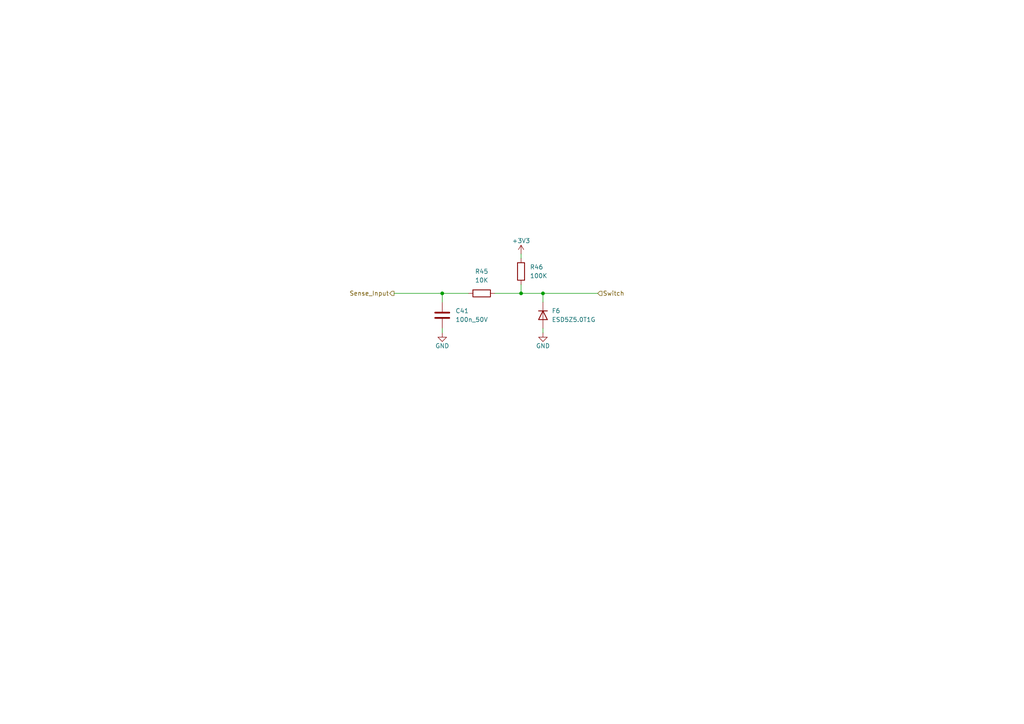
<source format=kicad_sch>
(kicad_sch (version 20231120) (generator "eeschema") (generator_version "8.0")
  (paper "A4")
  (lib_symbols
    (symbol "_C_0402:100n_50V" (pin_numbers hide) (pin_names (offset 0.254))
      (property "Reference" "C" (at 0.635 2.54 0))
      (property "Value" "100n_50V" (at 0.635 -2.54 0))
      (symbol "100n_50V_0_1"
        (polyline (pts (xy -2.032 -0.762) (xy 2.032 -0.762)) (stroke (width 0.508)))
        (polyline (pts (xy -2.032 0.762) (xy 2.032 0.762)) (stroke (width 0.508)))
      )
      (symbol "100n_50V_1_1"
        (pin passive line (at 0 3.81 270) (length 2.794) (name "~") (number "1"))
        (pin passive line (at 0 -3.81 90) (length 2.794) (name "~") (number "2"))
      )
    )
    (symbol "_Diode_TVS:ESD5Z5.0T1G" (pin_numbers hide) (pin_names (offset 1.016) hide)
      (property "Reference" "F" (at 0 2.54 0))
      (property "Value" "ESD5Z5.0T1G" (at 0 -2.54 0))
      (symbol "ESD5Z5.0T1G_0_1"
        (polyline (pts (xy -1.27 1.27) (xy -1.27 -1.27)) (stroke (width 0.254)))
        (polyline (pts (xy 1.27 0) (xy -1.27 0)))
        (polyline (pts (xy 1.27 1.27) (xy 1.27 -1.27) (xy -1.27 0) (xy 1.27 1.27)) (stroke (width 0.254)))
      )
      (symbol "ESD5Z5.0T1G_1_1"
        (pin passive line (at -3.81 0 0) (length 2.54) (name "K") (number "1"))
        (pin passive line (at 3.81 0 180) (length 2.54) (name "A") (number "2"))
      )
    )
    (symbol "_R_0402:100K" (pin_numbers hide) (pin_names (offset 0))
      (property "Reference" "R" (at 2.032 0 90))
      (property "Value" "100K" (at 0 0 90))
      (symbol "100K_0_1"
        (rectangle (start -1.016 -2.54) (end 1.016 2.54) (stroke (width 0.254)))
      )
      (symbol "100K_1_1"
        (pin passive line (at 0 3.81 270) (length 1.27) (name "~") (number "1"))
        (pin passive line (at 0 -3.81 90) (length 1.27) (name "~") (number "2"))
      )
    )
    (symbol "_R_0402:10K" (pin_numbers hide) (pin_names (offset 0))
      (property "Reference" "R" (at 2.032 0 90))
      (property "Value" "10K" (at 0 0 90))
      (symbol "10K_0_1"
        (rectangle (start -1.016 -2.54) (end 1.016 2.54) (stroke (width 0.254)))
      )
      (symbol "10K_1_1"
        (pin passive line (at 0 3.81 270) (length 1.27) (name "~") (number "1"))
        (pin passive line (at 0 -3.81 90) (length 1.27) (name "~") (number "2"))
      )
    )
    (symbol "power:+3.3V" (power) (pin_names (offset 0))
      (property "Value" "+3.3V" (at 0 3.556 0))
      (symbol "+3.3V_0_1"
        (polyline (pts (xy -0.762 1.27) (xy 0 2.54)))
        (polyline (pts (xy 0 0) (xy 0 2.54)))
        (polyline (pts (xy 0 2.54) (xy 0.762 1.27)))
      )
      (symbol "+3.3V_1_1"
        (pin power_in line (at 0 0 90) (length 0) hide (name "+3.3V") (number "1"))
      )
    )
    (symbol "power:GND" (power) (pin_names (offset 0))
      (property "Value" "GND" (at 0 -3.81 0))
      (symbol "GND_0_1"
        (polyline (pts (xy 0 0) (xy 0 -1.27) (xy 1.27 -1.27) (xy 0 -2.54) (xy -1.27 -1.27) (xy 0 -1.27)))
      )
      (symbol "GND_1_1"
        (pin power_in line (at 0 0 270) (length 0) hide (name "GND") (number "1"))
      )
    )
  )
  (junction (at 128.27 85.09))
  (junction (at 151.13 85.09))
  (junction (at 157.48 85.09))
  (wire (pts (xy 151.13 85.09) (xy 157.48 85.09)))
  (wire (pts (xy 128.27 85.09) (xy 135.89 85.09)))
  (wire (pts (xy 157.48 85.09) (xy 173.355 85.09)))
  (wire (pts (xy 151.13 73.66) (xy 151.13 74.93)))
  (wire (pts (xy 128.27 85.09) (xy 128.27 87.63)))
  (wire (pts (xy 143.51 85.09) (xy 151.13 85.09)))
  (wire (pts (xy 157.48 96.52) (xy 157.48 95.25)))
  (wire (pts (xy 114.3 85.09) (xy 128.27 85.09)))
  (wire (pts (xy 151.13 82.55) (xy 151.13 85.09)))
  (wire (pts (xy 128.27 95.25) (xy 128.27 96.52)))
  (wire (pts (xy 157.48 87.63) (xy 157.48 85.09)))
  (hierarchical_label "Switch" (shape input) (at 173.355 85.09 0))
  (hierarchical_label "Sense_Input" (shape output) (at 114.3 85.09 180))
  (symbol (lib_id "_R_0402:100K") (at 151.13 78.74 0) (unit 1)
    (property "Reference" "R46" (at 153.67 77.4699 0) (effects (justify left)))
    (property "Value" "100K" (at 153.67 80.0099 0) (effects (justify left)))
    (property "Footprint" "Resistor_SMD:R_0402_1005Metric" (effects (hide yes)))
    (property "Description" "Resistor 100K 1% 62.5mW 50V 0402" (effects (hide yes)))
    (property "MF" "UNI-ROYAL" (effects (hide yes)))
    (property "MPN" "0402WGF1003TCE" (effects (hide yes)))
    (property "OC_LCSC" "C25741" (effects (hide yes)))
    (property "path_to_docs" "Passive_Components/Resistors/UNI-ROYAL" (effects (hide yes)))
    (instances (project "Drawer_Controller_v4" (path "" (reference "R46") (unit 1)) (path "" (reference "R17") (unit 1))))
  )
  (symbol (lib_id "_C_0402:100n_50V") (at 128.27 91.44 0) (unit 1)
    (property "Reference" "C41" (at 132.08 90.1699 0) (effects (justify left)))
    (property "Value" "100n_50V" (at 132.08 92.7099 0) (effects (justify left)))
    (property "Footprint" "Capacitor_SMD:C_0402_1005Metric" (effects (hide yes)))
    (property "Datasheet" "https://product.samsungsem.com/mlcc/CL05B104KB54PN.do" (effects (hide yes)))
    (property "Description" "Capacitor 100nF 50V X7R 10% 0402" (effects (hide yes)))
    (property "MF" "Samsung Electro-Mechanics" (effects (hide yes)))
    (property "MPN" "CL05B104KB54PNC" (effects (hide yes)))
    (property "OC_LCSC" "C307331" (effects (hide yes)))
    (property "path_to_docs" "Passive_Components/Capacitors/MLCC/Samsung_Electro-Mechanics" (effects (hide yes)))
    (instances (project "Drawer_Controller_v4" (path "" (reference "C41") (unit 1)) (path "" (reference "C17") (unit 1))))
  )
  (symbol (lib_id "power:GND") (at 128.27 96.52 0) (unit 1)
    (property "Reference" "#PWR0143" (effects (hide yes)))
    (property "Value" "GND" (at 128.27 100.33 0))
    (property "Description" "Power symbol creates a global label with name \"GND\" , ground" (effects (hide yes)))
    (instances (project "Drawer_Controller_v4" (path "" (reference "#PWR0143") (unit 1)) (path "" (reference "#PWR065") (unit 1))))
  )
  (symbol (lib_id "_R_0402:10K") (at 139.7 85.09 90) (unit 1)
    (property "Reference" "R45" (at 139.7 78.74 90))
    (property "Value" "10K" (at 139.7 81.28 90))
    (property "Footprint" "Resistor_SMD:R_0402_1005Metric" (effects (hide yes)))
    (property "Description" "Resistor 10K 1% 62.5mW 50V 0402" (effects (hide yes)))
    (property "MF" "UNI-ROYAL" (effects (hide yes)))
    (property "MPN" "0402WGF1002TCE" (effects (hide yes)))
    (property "OC_LCSC" "C25744" (effects (hide yes)))
    (property "path_to_docs" "Passive_Components/Resistors/UNI-ROYAL" (effects (hide yes)))
    (instances (project "Drawer_Controller_v4" (path "" (reference "R45") (unit 1)) (path "" (reference "R16") (unit 1))))
  )
  (symbol (lib_id "power:GND") (at 157.48 96.52 0) (unit 1)
    (property "Reference" "#PWR0145" (effects (hide yes)))
    (property "Value" "GND" (at 157.48 100.33 0))
    (property "Description" "Power symbol creates a global label with name \"GND\" , ground" (effects (hide yes)))
    (instances (project "Drawer_Controller_v4" (path "" (reference "#PWR0145") (unit 1)) (path "" (reference "#PWR067") (unit 1))))
  )
  (symbol (lib_id "power:+3.3V") (at 151.13 73.66 0) (unit 1)
    (property "Reference" "#PWR0144" (effects (hide yes)))
    (property "Value" "+3V3" (at 151.13 69.85 0))
    (property "Description" "Power symbol creates a global label with name \"+3.3V\"" (effects (hide yes)))
    (instances (project "Drawer_Controller_v4" (path "" (reference "#PWR0144") (unit 1)) (path "" (reference "#PWR066") (unit 1))))
  )
  (symbol (lib_id "_Diode_TVS:ESD5Z5.0T1G") (at 157.48 91.44 270) (unit 1)
    (property "Reference" "F6" (at 160.02 90.1699 90) (effects (justify left)))
    (property "Value" "ESD5Z5.0T1G" (at 160.02 92.7099 90) (effects (justify left)))
    (property "Footprint" "Diode_SMD:D_SOD-523" (effects (hide yes)))
    (property "Datasheet" "https://www.mouser.de/datasheet/2/308/1/ESD5Z2_5T1_D-2311718.pdf" (effects (hide yes)))
    (property "Description" "5V 174W TVS Diode Unidirectional" (effects (hide yes)))
    (property "Sim.Device" "D" (effects (hide yes)))
    (property "Sim.Pins" "1=K 2=A" (effects (hide yes)))
    (property "MF" "onsemi" (effects (hide yes)))
    (property "MPN" "ESD5Z5.0T1G" (effects (hide yes)))
    (property "OC_LCSC" "C82044" (effects (hide yes)))
    (property "OC_MOUSER" "863-ESD5Z5.0T5G" (effects (hide yes)))
    (property "path_to_docs" "Circuit_Protection/ESD_Protection_Diodes_TVS_Diodes/onsemi" (effects (hide yes)))
    (instances (project "" (path "" (reference "F6") (unit 1)) (path "" (reference "F3") (unit 1))))
  )
)
</source>
